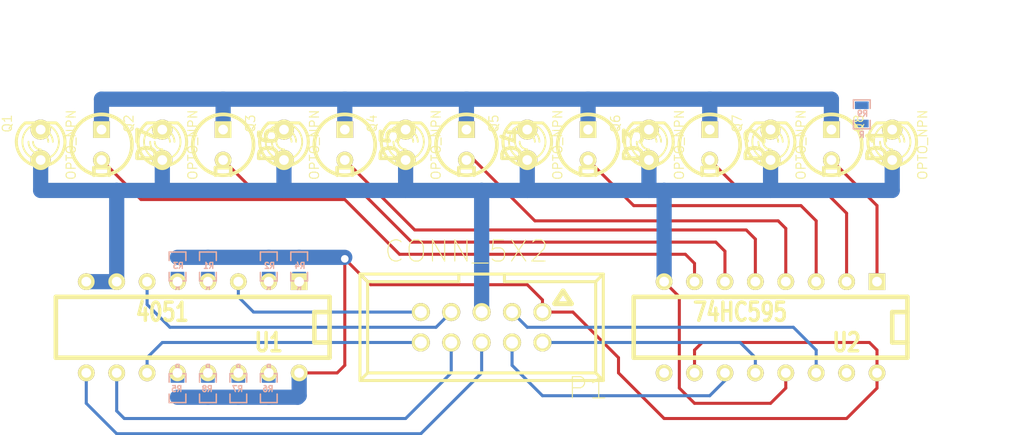
<source format=kicad_pcb>
(kicad_pcb (version 3) (host pcbnew "(2013-mar-13)-testing")

  (general
    (links 62)
    (no_connects 10)
    (area 75.26655 74.62 164.845 110.617001)
    (thickness 1.6)
    (drawings 2)
    (tracks 137)
    (zones 0)
    (modules 27)
    (nets 29)
  )

  (page A4)
  (layers
    (15 F.Cu signal)
    (0 B.Cu signal)
    (16 B.Adhes user)
    (17 F.Adhes user)
    (18 B.Paste user)
    (19 F.Paste user)
    (20 B.SilkS user)
    (21 F.SilkS user)
    (22 B.Mask user)
    (23 F.Mask user)
    (24 Dwgs.User user)
    (25 Cmts.User user)
    (26 Eco1.User user)
    (27 Eco2.User user)
    (28 Edge.Cuts user)
  )

  (setup
    (last_trace_width 0.254)
    (user_trace_width 0.254)
    (user_trace_width 1.27)
    (trace_clearance 0.254)
    (zone_clearance 0.508)
    (zone_45_only no)
    (trace_min 0.254)
    (segment_width 0.2)
    (edge_width 0.1)
    (via_size 0.889)
    (via_drill 0.635)
    (via_min_size 0.889)
    (via_min_drill 0.508)
    (uvia_size 0.508)
    (uvia_drill 0.127)
    (uvias_allowed no)
    (uvia_min_size 0.508)
    (uvia_min_drill 0.127)
    (pcb_text_width 0.3)
    (pcb_text_size 1.5 1.5)
    (mod_edge_width 0.15)
    (mod_text_size 1 1)
    (mod_text_width 0.15)
    (pad_size 1.6764 1.6764)
    (pad_drill 0.8128)
    (pad_to_mask_clearance 0)
    (aux_axis_origin 0 0)
    (visible_elements FFFFFF7F)
    (pcbplotparams
      (layerselection 3178497)
      (usegerberextensions true)
      (excludeedgelayer true)
      (linewidth 0.150000)
      (plotframeref false)
      (viasonmask false)
      (mode 1)
      (useauxorigin false)
      (hpglpennumber 1)
      (hpglpenspeed 20)
      (hpglpendiameter 15)
      (hpglpenoverlay 2)
      (psnegative false)
      (psa4output false)
      (plotreference true)
      (plotvalue true)
      (plotothertext true)
      (plotinvisibletext false)
      (padsonsilk false)
      (subtractmaskfromsilk false)
      (outputformat 1)
      (mirror false)
      (drillshape 1)
      (scaleselection 1)
      (outputdirectory ""))
  )

  (net 0 "")
  (net 1 /A)
  (net 2 /B)
  (net 3 /C)
  (net 4 /CLK)
  (net 5 /DATA)
  (net 6 /LATCH)
  (net 7 /MUX_OUT)
  (net 8 /~MUX_E)
  (net 9 GND)
  (net 10 N-000001)
  (net 11 N-0000010)
  (net 12 N-0000011)
  (net 13 N-0000012)
  (net 14 N-0000013)
  (net 15 N-0000014)
  (net 16 N-000002)
  (net 17 N-0000024)
  (net 18 N-0000025)
  (net 19 N-0000026)
  (net 20 N-0000027)
  (net 21 N-0000028)
  (net 22 N-000003)
  (net 23 N-000004)
  (net 24 N-000005)
  (net 25 N-000006)
  (net 26 N-000007)
  (net 27 N-000009)
  (net 28 VCC)

  (net_class Default "This is the default net class."
    (clearance 0.254)
    (trace_width 0.254)
    (via_dia 0.889)
    (via_drill 0.635)
    (uvia_dia 0.508)
    (uvia_drill 0.127)
    (add_net "")
    (add_net /A)
    (add_net /B)
    (add_net /C)
    (add_net /CLK)
    (add_net /DATA)
    (add_net /LATCH)
    (add_net /MUX_OUT)
    (add_net /~MUX_E)
    (add_net GND)
    (add_net N-000001)
    (add_net N-0000010)
    (add_net N-0000011)
    (add_net N-0000012)
    (add_net N-0000013)
    (add_net N-0000014)
    (add_net N-000002)
    (add_net N-0000024)
    (add_net N-0000025)
    (add_net N-0000026)
    (add_net N-0000027)
    (add_net N-0000028)
    (add_net N-000003)
    (add_net N-000004)
    (add_net N-000005)
    (add_net N-000006)
    (add_net N-000007)
    (add_net N-000009)
    (add_net VCC)
  )

  (module LED-3MM (layer F.Cu) (tedit 52ADBA4D) (tstamp 52ADB68A)
    (at 149.86 86.36 90)
    (descr "LED 3mm - Lead pitch 100mil (2,54mm)")
    (tags "LED led 3mm 3MM 100mil 2,54mm")
    (path /52ADA9A4)
    (fp_text reference Q8 (at 1.778 -2.794 90) (layer F.SilkS)
      (effects (font (size 0.762 0.762) (thickness 0.0889)))
    )
    (fp_text value OPTO_NPN (at 0 2.54 90) (layer F.SilkS)
      (effects (font (size 0.762 0.762) (thickness 0.0889)))
    )
    (fp_line (start 1.8288 1.27) (end 1.8288 -1.27) (layer F.SilkS) (width 0.254))
    (fp_arc (start 0.254 0) (end -1.27 0) (angle 39.8) (layer F.SilkS) (width 0.1524))
    (fp_arc (start 0.254 0) (end -0.88392 1.01092) (angle 41.6) (layer F.SilkS) (width 0.1524))
    (fp_arc (start 0.254 0) (end 1.4097 -0.9906) (angle 40.6) (layer F.SilkS) (width 0.1524))
    (fp_arc (start 0.254 0) (end 1.778 0) (angle 39.8) (layer F.SilkS) (width 0.1524))
    (fp_arc (start 0.254 0) (end 0.254 -1.524) (angle 54.4) (layer F.SilkS) (width 0.1524))
    (fp_arc (start 0.254 0) (end -0.9652 -0.9144) (angle 53.1) (layer F.SilkS) (width 0.1524))
    (fp_arc (start 0.254 0) (end 1.45542 0.93472) (angle 52.1) (layer F.SilkS) (width 0.1524))
    (fp_arc (start 0.254 0) (end 0.254 1.524) (angle 52.1) (layer F.SilkS) (width 0.1524))
    (fp_arc (start 0.254 0) (end -0.381 0) (angle 90) (layer F.SilkS) (width 0.1524))
    (fp_arc (start 0.254 0) (end -0.762 0) (angle 90) (layer F.SilkS) (width 0.1524))
    (fp_arc (start 0.254 0) (end 0.889 0) (angle 90) (layer F.SilkS) (width 0.1524))
    (fp_arc (start 0.254 0) (end 1.27 0) (angle 90) (layer F.SilkS) (width 0.1524))
    (fp_arc (start 0.254 0) (end 0.254 -2.032) (angle 50.1) (layer F.SilkS) (width 0.254))
    (fp_arc (start 0.254 0) (end -1.5367 -0.95504) (angle 61.9) (layer F.SilkS) (width 0.254))
    (fp_arc (start 0.254 0) (end 1.8034 1.31064) (angle 49.7) (layer F.SilkS) (width 0.254))
    (fp_arc (start 0.254 0) (end 0.254 2.032) (angle 60.2) (layer F.SilkS) (width 0.254))
    (fp_arc (start 0.254 0) (end -1.778 0) (angle 28.3) (layer F.SilkS) (width 0.254))
    (fp_arc (start 0.254 0) (end -1.47574 1.06426) (angle 31.6) (layer F.SilkS) (width 0.254))
    (pad 1 thru_hole circle (at -1.27 0 90) (size 1.6764 1.6764) (drill 0.8128)
      (layers *.Cu *.Mask F.SilkS)
      (net 9 GND)
    )
    (pad 3 thru_hole circle (at 1.27 0 90) (size 1.6764 1.6764) (drill 0.8128)
      (layers *.Cu *.Mask F.SilkS)
      (net 15 N-0000014)
    )
    (model discret/leds/led3_vertical_verde.wrl
      (at (xyz 0 0 0))
      (scale (xyz 1 1 1))
      (rotate (xyz 0 0 0))
    )
  )

  (module LED-3MM (layer F.Cu) (tedit 52ADBA3F) (tstamp 52ADB671)
    (at 139.7 86.36 90)
    (descr "LED 3mm - Lead pitch 100mil (2,54mm)")
    (tags "LED led 3mm 3MM 100mil 2,54mm")
    (path /52ADA99E)
    (fp_text reference Q7 (at 1.778 -2.794 90) (layer F.SilkS)
      (effects (font (size 0.762 0.762) (thickness 0.0889)))
    )
    (fp_text value OPTO_NPN (at 0 2.54 90) (layer F.SilkS)
      (effects (font (size 0.762 0.762) (thickness 0.0889)))
    )
    (fp_line (start 1.8288 1.27) (end 1.8288 -1.27) (layer F.SilkS) (width 0.254))
    (fp_arc (start 0.254 0) (end -1.27 0) (angle 39.8) (layer F.SilkS) (width 0.1524))
    (fp_arc (start 0.254 0) (end -0.88392 1.01092) (angle 41.6) (layer F.SilkS) (width 0.1524))
    (fp_arc (start 0.254 0) (end 1.4097 -0.9906) (angle 40.6) (layer F.SilkS) (width 0.1524))
    (fp_arc (start 0.254 0) (end 1.778 0) (angle 39.8) (layer F.SilkS) (width 0.1524))
    (fp_arc (start 0.254 0) (end 0.254 -1.524) (angle 54.4) (layer F.SilkS) (width 0.1524))
    (fp_arc (start 0.254 0) (end -0.9652 -0.9144) (angle 53.1) (layer F.SilkS) (width 0.1524))
    (fp_arc (start 0.254 0) (end 1.45542 0.93472) (angle 52.1) (layer F.SilkS) (width 0.1524))
    (fp_arc (start 0.254 0) (end 0.254 1.524) (angle 52.1) (layer F.SilkS) (width 0.1524))
    (fp_arc (start 0.254 0) (end -0.381 0) (angle 90) (layer F.SilkS) (width 0.1524))
    (fp_arc (start 0.254 0) (end -0.762 0) (angle 90) (layer F.SilkS) (width 0.1524))
    (fp_arc (start 0.254 0) (end 0.889 0) (angle 90) (layer F.SilkS) (width 0.1524))
    (fp_arc (start 0.254 0) (end 1.27 0) (angle 90) (layer F.SilkS) (width 0.1524))
    (fp_arc (start 0.254 0) (end 0.254 -2.032) (angle 50.1) (layer F.SilkS) (width 0.254))
    (fp_arc (start 0.254 0) (end -1.5367 -0.95504) (angle 61.9) (layer F.SilkS) (width 0.254))
    (fp_arc (start 0.254 0) (end 1.8034 1.31064) (angle 49.7) (layer F.SilkS) (width 0.254))
    (fp_arc (start 0.254 0) (end 0.254 2.032) (angle 60.2) (layer F.SilkS) (width 0.254))
    (fp_arc (start 0.254 0) (end -1.778 0) (angle 28.3) (layer F.SilkS) (width 0.254))
    (fp_arc (start 0.254 0) (end -1.47574 1.06426) (angle 31.6) (layer F.SilkS) (width 0.254))
    (pad 1 thru_hole circle (at -1.27 0 90) (size 1.6764 1.6764) (drill 0.8128)
      (layers *.Cu *.Mask F.SilkS)
      (net 9 GND)
    )
    (pad 3 thru_hole circle (at 1.27 0 90) (size 1.6764 1.6764) (drill 0.8128)
      (layers *.Cu *.Mask F.SilkS)
      (net 14 N-0000013)
    )
    (model discret/leds/led3_vertical_verde.wrl
      (at (xyz 0 0 0))
      (scale (xyz 1 1 1))
      (rotate (xyz 0 0 0))
    )
  )

  (module LED-3MM (layer F.Cu) (tedit 52ADBA30) (tstamp 52ADB658)
    (at 129.54 86.36 90)
    (descr "LED 3mm - Lead pitch 100mil (2,54mm)")
    (tags "LED led 3mm 3MM 100mil 2,54mm")
    (path /52ADA973)
    (fp_text reference Q6 (at 1.778 -2.794 90) (layer F.SilkS)
      (effects (font (size 0.762 0.762) (thickness 0.0889)))
    )
    (fp_text value OPTO_NPN (at 0 2.54 90) (layer F.SilkS)
      (effects (font (size 0.762 0.762) (thickness 0.0889)))
    )
    (fp_line (start 1.8288 1.27) (end 1.8288 -1.27) (layer F.SilkS) (width 0.254))
    (fp_arc (start 0.254 0) (end -1.27 0) (angle 39.8) (layer F.SilkS) (width 0.1524))
    (fp_arc (start 0.254 0) (end -0.88392 1.01092) (angle 41.6) (layer F.SilkS) (width 0.1524))
    (fp_arc (start 0.254 0) (end 1.4097 -0.9906) (angle 40.6) (layer F.SilkS) (width 0.1524))
    (fp_arc (start 0.254 0) (end 1.778 0) (angle 39.8) (layer F.SilkS) (width 0.1524))
    (fp_arc (start 0.254 0) (end 0.254 -1.524) (angle 54.4) (layer F.SilkS) (width 0.1524))
    (fp_arc (start 0.254 0) (end -0.9652 -0.9144) (angle 53.1) (layer F.SilkS) (width 0.1524))
    (fp_arc (start 0.254 0) (end 1.45542 0.93472) (angle 52.1) (layer F.SilkS) (width 0.1524))
    (fp_arc (start 0.254 0) (end 0.254 1.524) (angle 52.1) (layer F.SilkS) (width 0.1524))
    (fp_arc (start 0.254 0) (end -0.381 0) (angle 90) (layer F.SilkS) (width 0.1524))
    (fp_arc (start 0.254 0) (end -0.762 0) (angle 90) (layer F.SilkS) (width 0.1524))
    (fp_arc (start 0.254 0) (end 0.889 0) (angle 90) (layer F.SilkS) (width 0.1524))
    (fp_arc (start 0.254 0) (end 1.27 0) (angle 90) (layer F.SilkS) (width 0.1524))
    (fp_arc (start 0.254 0) (end 0.254 -2.032) (angle 50.1) (layer F.SilkS) (width 0.254))
    (fp_arc (start 0.254 0) (end -1.5367 -0.95504) (angle 61.9) (layer F.SilkS) (width 0.254))
    (fp_arc (start 0.254 0) (end 1.8034 1.31064) (angle 49.7) (layer F.SilkS) (width 0.254))
    (fp_arc (start 0.254 0) (end 0.254 2.032) (angle 60.2) (layer F.SilkS) (width 0.254))
    (fp_arc (start 0.254 0) (end -1.778 0) (angle 28.3) (layer F.SilkS) (width 0.254))
    (fp_arc (start 0.254 0) (end -1.47574 1.06426) (angle 31.6) (layer F.SilkS) (width 0.254))
    (pad 1 thru_hole circle (at -1.27 0 90) (size 1.6764 1.6764) (drill 0.8128)
      (layers *.Cu *.Mask F.SilkS)
      (net 9 GND)
    )
    (pad 3 thru_hole circle (at 1.27 0 90) (size 1.6764 1.6764) (drill 0.8128)
      (layers *.Cu *.Mask F.SilkS)
      (net 13 N-0000012)
    )
    (model discret/leds/led3_vertical_verde.wrl
      (at (xyz 0 0 0))
      (scale (xyz 1 1 1))
      (rotate (xyz 0 0 0))
    )
  )

  (module LED-3MM (layer F.Cu) (tedit 52ADBA23) (tstamp 52ADB63F)
    (at 119.38 86.36 90)
    (descr "LED 3mm - Lead pitch 100mil (2,54mm)")
    (tags "LED led 3mm 3MM 100mil 2,54mm")
    (path /52ADA964)
    (fp_text reference Q5 (at 1.778 -2.794 90) (layer F.SilkS)
      (effects (font (size 0.762 0.762) (thickness 0.0889)))
    )
    (fp_text value OPTO_NPN (at 0 2.54 90) (layer F.SilkS)
      (effects (font (size 0.762 0.762) (thickness 0.0889)))
    )
    (fp_line (start 1.8288 1.27) (end 1.8288 -1.27) (layer F.SilkS) (width 0.254))
    (fp_arc (start 0.254 0) (end -1.27 0) (angle 39.8) (layer F.SilkS) (width 0.1524))
    (fp_arc (start 0.254 0) (end -0.88392 1.01092) (angle 41.6) (layer F.SilkS) (width 0.1524))
    (fp_arc (start 0.254 0) (end 1.4097 -0.9906) (angle 40.6) (layer F.SilkS) (width 0.1524))
    (fp_arc (start 0.254 0) (end 1.778 0) (angle 39.8) (layer F.SilkS) (width 0.1524))
    (fp_arc (start 0.254 0) (end 0.254 -1.524) (angle 54.4) (layer F.SilkS) (width 0.1524))
    (fp_arc (start 0.254 0) (end -0.9652 -0.9144) (angle 53.1) (layer F.SilkS) (width 0.1524))
    (fp_arc (start 0.254 0) (end 1.45542 0.93472) (angle 52.1) (layer F.SilkS) (width 0.1524))
    (fp_arc (start 0.254 0) (end 0.254 1.524) (angle 52.1) (layer F.SilkS) (width 0.1524))
    (fp_arc (start 0.254 0) (end -0.381 0) (angle 90) (layer F.SilkS) (width 0.1524))
    (fp_arc (start 0.254 0) (end -0.762 0) (angle 90) (layer F.SilkS) (width 0.1524))
    (fp_arc (start 0.254 0) (end 0.889 0) (angle 90) (layer F.SilkS) (width 0.1524))
    (fp_arc (start 0.254 0) (end 1.27 0) (angle 90) (layer F.SilkS) (width 0.1524))
    (fp_arc (start 0.254 0) (end 0.254 -2.032) (angle 50.1) (layer F.SilkS) (width 0.254))
    (fp_arc (start 0.254 0) (end -1.5367 -0.95504) (angle 61.9) (layer F.SilkS) (width 0.254))
    (fp_arc (start 0.254 0) (end 1.8034 1.31064) (angle 49.7) (layer F.SilkS) (width 0.254))
    (fp_arc (start 0.254 0) (end 0.254 2.032) (angle 60.2) (layer F.SilkS) (width 0.254))
    (fp_arc (start 0.254 0) (end -1.778 0) (angle 28.3) (layer F.SilkS) (width 0.254))
    (fp_arc (start 0.254 0) (end -1.47574 1.06426) (angle 31.6) (layer F.SilkS) (width 0.254))
    (pad 1 thru_hole circle (at -1.27 0 90) (size 1.6764 1.6764) (drill 0.8128)
      (layers *.Cu *.Mask F.SilkS)
      (net 9 GND)
    )
    (pad 3 thru_hole circle (at 1.27 0 90) (size 1.6764 1.6764) (drill 0.8128)
      (layers *.Cu *.Mask F.SilkS)
      (net 12 N-0000011)
    )
    (model discret/leds/led3_vertical_verde.wrl
      (at (xyz 0 0 0))
      (scale (xyz 1 1 1))
      (rotate (xyz 0 0 0))
    )
  )

  (module LED-3MM (layer F.Cu) (tedit 52ADBA14) (tstamp 52ADB626)
    (at 109.22 86.36 90)
    (descr "LED 3mm - Lead pitch 100mil (2,54mm)")
    (tags "LED led 3mm 3MM 100mil 2,54mm")
    (path /52ADA955)
    (fp_text reference Q4 (at 1.778 -2.794 90) (layer F.SilkS)
      (effects (font (size 0.762 0.762) (thickness 0.0889)))
    )
    (fp_text value OPTO_NPN (at 0 2.54 90) (layer F.SilkS)
      (effects (font (size 0.762 0.762) (thickness 0.0889)))
    )
    (fp_line (start 1.8288 1.27) (end 1.8288 -1.27) (layer F.SilkS) (width 0.254))
    (fp_arc (start 0.254 0) (end -1.27 0) (angle 39.8) (layer F.SilkS) (width 0.1524))
    (fp_arc (start 0.254 0) (end -0.88392 1.01092) (angle 41.6) (layer F.SilkS) (width 0.1524))
    (fp_arc (start 0.254 0) (end 1.4097 -0.9906) (angle 40.6) (layer F.SilkS) (width 0.1524))
    (fp_arc (start 0.254 0) (end 1.778 0) (angle 39.8) (layer F.SilkS) (width 0.1524))
    (fp_arc (start 0.254 0) (end 0.254 -1.524) (angle 54.4) (layer F.SilkS) (width 0.1524))
    (fp_arc (start 0.254 0) (end -0.9652 -0.9144) (angle 53.1) (layer F.SilkS) (width 0.1524))
    (fp_arc (start 0.254 0) (end 1.45542 0.93472) (angle 52.1) (layer F.SilkS) (width 0.1524))
    (fp_arc (start 0.254 0) (end 0.254 1.524) (angle 52.1) (layer F.SilkS) (width 0.1524))
    (fp_arc (start 0.254 0) (end -0.381 0) (angle 90) (layer F.SilkS) (width 0.1524))
    (fp_arc (start 0.254 0) (end -0.762 0) (angle 90) (layer F.SilkS) (width 0.1524))
    (fp_arc (start 0.254 0) (end 0.889 0) (angle 90) (layer F.SilkS) (width 0.1524))
    (fp_arc (start 0.254 0) (end 1.27 0) (angle 90) (layer F.SilkS) (width 0.1524))
    (fp_arc (start 0.254 0) (end 0.254 -2.032) (angle 50.1) (layer F.SilkS) (width 0.254))
    (fp_arc (start 0.254 0) (end -1.5367 -0.95504) (angle 61.9) (layer F.SilkS) (width 0.254))
    (fp_arc (start 0.254 0) (end 1.8034 1.31064) (angle 49.7) (layer F.SilkS) (width 0.254))
    (fp_arc (start 0.254 0) (end 0.254 2.032) (angle 60.2) (layer F.SilkS) (width 0.254))
    (fp_arc (start 0.254 0) (end -1.778 0) (angle 28.3) (layer F.SilkS) (width 0.254))
    (fp_arc (start 0.254 0) (end -1.47574 1.06426) (angle 31.6) (layer F.SilkS) (width 0.254))
    (pad 1 thru_hole circle (at -1.27 0 90) (size 1.6764 1.6764) (drill 0.8128)
      (layers *.Cu *.Mask F.SilkS)
      (net 9 GND)
    )
    (pad 3 thru_hole circle (at 1.27 0 90) (size 1.6764 1.6764) (drill 0.8128)
      (layers *.Cu *.Mask F.SilkS)
      (net 11 N-0000010)
    )
    (model discret/leds/led3_vertical_verde.wrl
      (at (xyz 0 0 0))
      (scale (xyz 1 1 1))
      (rotate (xyz 0 0 0))
    )
  )

  (module LED-3MM (layer F.Cu) (tedit 52ADBA04) (tstamp 52ADB60D)
    (at 99.06 86.36 90)
    (descr "LED 3mm - Lead pitch 100mil (2,54mm)")
    (tags "LED led 3mm 3MM 100mil 2,54mm")
    (path /52ADA946)
    (fp_text reference Q3 (at 1.778 -2.794 90) (layer F.SilkS)
      (effects (font (size 0.762 0.762) (thickness 0.0889)))
    )
    (fp_text value OPTO_NPN (at 0 2.54 90) (layer F.SilkS)
      (effects (font (size 0.762 0.762) (thickness 0.0889)))
    )
    (fp_line (start 1.8288 1.27) (end 1.8288 -1.27) (layer F.SilkS) (width 0.254))
    (fp_arc (start 0.254 0) (end -1.27 0) (angle 39.8) (layer F.SilkS) (width 0.1524))
    (fp_arc (start 0.254 0) (end -0.88392 1.01092) (angle 41.6) (layer F.SilkS) (width 0.1524))
    (fp_arc (start 0.254 0) (end 1.4097 -0.9906) (angle 40.6) (layer F.SilkS) (width 0.1524))
    (fp_arc (start 0.254 0) (end 1.778 0) (angle 39.8) (layer F.SilkS) (width 0.1524))
    (fp_arc (start 0.254 0) (end 0.254 -1.524) (angle 54.4) (layer F.SilkS) (width 0.1524))
    (fp_arc (start 0.254 0) (end -0.9652 -0.9144) (angle 53.1) (layer F.SilkS) (width 0.1524))
    (fp_arc (start 0.254 0) (end 1.45542 0.93472) (angle 52.1) (layer F.SilkS) (width 0.1524))
    (fp_arc (start 0.254 0) (end 0.254 1.524) (angle 52.1) (layer F.SilkS) (width 0.1524))
    (fp_arc (start 0.254 0) (end -0.381 0) (angle 90) (layer F.SilkS) (width 0.1524))
    (fp_arc (start 0.254 0) (end -0.762 0) (angle 90) (layer F.SilkS) (width 0.1524))
    (fp_arc (start 0.254 0) (end 0.889 0) (angle 90) (layer F.SilkS) (width 0.1524))
    (fp_arc (start 0.254 0) (end 1.27 0) (angle 90) (layer F.SilkS) (width 0.1524))
    (fp_arc (start 0.254 0) (end 0.254 -2.032) (angle 50.1) (layer F.SilkS) (width 0.254))
    (fp_arc (start 0.254 0) (end -1.5367 -0.95504) (angle 61.9) (layer F.SilkS) (width 0.254))
    (fp_arc (start 0.254 0) (end 1.8034 1.31064) (angle 49.7) (layer F.SilkS) (width 0.254))
    (fp_arc (start 0.254 0) (end 0.254 2.032) (angle 60.2) (layer F.SilkS) (width 0.254))
    (fp_arc (start 0.254 0) (end -1.778 0) (angle 28.3) (layer F.SilkS) (width 0.254))
    (fp_arc (start 0.254 0) (end -1.47574 1.06426) (angle 31.6) (layer F.SilkS) (width 0.254))
    (pad 1 thru_hole circle (at -1.27 0 90) (size 1.6764 1.6764) (drill 0.8128)
      (layers *.Cu *.Mask F.SilkS)
      (net 9 GND)
    )
    (pad 3 thru_hole circle (at 1.27 0 90) (size 1.6764 1.6764) (drill 0.8128)
      (layers *.Cu *.Mask F.SilkS)
      (net 27 N-000009)
    )
    (model discret/leds/led3_vertical_verde.wrl
      (at (xyz 0 0 0))
      (scale (xyz 1 1 1))
      (rotate (xyz 0 0 0))
    )
  )

  (module LED-3MM (layer F.Cu) (tedit 52ADB9F2) (tstamp 52ADB5F4)
    (at 88.9 86.36 90)
    (descr "LED 3mm - Lead pitch 100mil (2,54mm)")
    (tags "LED led 3mm 3MM 100mil 2,54mm")
    (path /52ADA937)
    (fp_text reference Q2 (at 1.778 -2.794 90) (layer F.SilkS)
      (effects (font (size 0.762 0.762) (thickness 0.0889)))
    )
    (fp_text value OPTO_NPN (at 0 2.54 90) (layer F.SilkS)
      (effects (font (size 0.762 0.762) (thickness 0.0889)))
    )
    (fp_line (start 1.8288 1.27) (end 1.8288 -1.27) (layer F.SilkS) (width 0.254))
    (fp_arc (start 0.254 0) (end -1.27 0) (angle 39.8) (layer F.SilkS) (width 0.1524))
    (fp_arc (start 0.254 0) (end -0.88392 1.01092) (angle 41.6) (layer F.SilkS) (width 0.1524))
    (fp_arc (start 0.254 0) (end 1.4097 -0.9906) (angle 40.6) (layer F.SilkS) (width 0.1524))
    (fp_arc (start 0.254 0) (end 1.778 0) (angle 39.8) (layer F.SilkS) (width 0.1524))
    (fp_arc (start 0.254 0) (end 0.254 -1.524) (angle 54.4) (layer F.SilkS) (width 0.1524))
    (fp_arc (start 0.254 0) (end -0.9652 -0.9144) (angle 53.1) (layer F.SilkS) (width 0.1524))
    (fp_arc (start 0.254 0) (end 1.45542 0.93472) (angle 52.1) (layer F.SilkS) (width 0.1524))
    (fp_arc (start 0.254 0) (end 0.254 1.524) (angle 52.1) (layer F.SilkS) (width 0.1524))
    (fp_arc (start 0.254 0) (end -0.381 0) (angle 90) (layer F.SilkS) (width 0.1524))
    (fp_arc (start 0.254 0) (end -0.762 0) (angle 90) (layer F.SilkS) (width 0.1524))
    (fp_arc (start 0.254 0) (end 0.889 0) (angle 90) (layer F.SilkS) (width 0.1524))
    (fp_arc (start 0.254 0) (end 1.27 0) (angle 90) (layer F.SilkS) (width 0.1524))
    (fp_arc (start 0.254 0) (end 0.254 -2.032) (angle 50.1) (layer F.SilkS) (width 0.254))
    (fp_arc (start 0.254 0) (end -1.5367 -0.95504) (angle 61.9) (layer F.SilkS) (width 0.254))
    (fp_arc (start 0.254 0) (end 1.8034 1.31064) (angle 49.7) (layer F.SilkS) (width 0.254))
    (fp_arc (start 0.254 0) (end 0.254 2.032) (angle 60.2) (layer F.SilkS) (width 0.254))
    (fp_arc (start 0.254 0) (end -1.778 0) (angle 28.3) (layer F.SilkS) (width 0.254))
    (fp_arc (start 0.254 0) (end -1.47574 1.06426) (angle 31.6) (layer F.SilkS) (width 0.254))
    (pad 1 thru_hole circle (at -1.27 0 90) (size 1.6764 1.6764) (drill 0.8128)
      (layers *.Cu *.Mask F.SilkS)
      (net 9 GND)
    )
    (pad 3 thru_hole circle (at 1.27 0 90) (size 1.6764 1.6764) (drill 0.8128)
      (layers *.Cu *.Mask F.SilkS)
      (net 18 N-0000025)
    )
    (model discret/leds/led3_vertical_verde.wrl
      (at (xyz 0 0 0))
      (scale (xyz 1 1 1))
      (rotate (xyz 0 0 0))
    )
  )

  (module LED-3MM (layer F.Cu) (tedit 52ADB9CB) (tstamp 52ADB5DB)
    (at 78.74 86.36 90)
    (descr "LED 3mm - Lead pitch 100mil (2,54mm)")
    (tags "LED led 3mm 3MM 100mil 2,54mm")
    (path /52ADA921)
    (fp_text reference Q1 (at 1.778 -2.794 90) (layer F.SilkS)
      (effects (font (size 0.762 0.762) (thickness 0.0889)))
    )
    (fp_text value OPTO_NPN (at 0 2.54 90) (layer F.SilkS)
      (effects (font (size 0.762 0.762) (thickness 0.0889)))
    )
    (fp_line (start 1.8288 1.27) (end 1.8288 -1.27) (layer F.SilkS) (width 0.254))
    (fp_arc (start 0.254 0) (end -1.27 0) (angle 39.8) (layer F.SilkS) (width 0.1524))
    (fp_arc (start 0.254 0) (end -0.88392 1.01092) (angle 41.6) (layer F.SilkS) (width 0.1524))
    (fp_arc (start 0.254 0) (end 1.4097 -0.9906) (angle 40.6) (layer F.SilkS) (width 0.1524))
    (fp_arc (start 0.254 0) (end 1.778 0) (angle 39.8) (layer F.SilkS) (width 0.1524))
    (fp_arc (start 0.254 0) (end 0.254 -1.524) (angle 54.4) (layer F.SilkS) (width 0.1524))
    (fp_arc (start 0.254 0) (end -0.9652 -0.9144) (angle 53.1) (layer F.SilkS) (width 0.1524))
    (fp_arc (start 0.254 0) (end 1.45542 0.93472) (angle 52.1) (layer F.SilkS) (width 0.1524))
    (fp_arc (start 0.254 0) (end 0.254 1.524) (angle 52.1) (layer F.SilkS) (width 0.1524))
    (fp_arc (start 0.254 0) (end -0.381 0) (angle 90) (layer F.SilkS) (width 0.1524))
    (fp_arc (start 0.254 0) (end -0.762 0) (angle 90) (layer F.SilkS) (width 0.1524))
    (fp_arc (start 0.254 0) (end 0.889 0) (angle 90) (layer F.SilkS) (width 0.1524))
    (fp_arc (start 0.254 0) (end 1.27 0) (angle 90) (layer F.SilkS) (width 0.1524))
    (fp_arc (start 0.254 0) (end 0.254 -2.032) (angle 50.1) (layer F.SilkS) (width 0.254))
    (fp_arc (start 0.254 0) (end -1.5367 -0.95504) (angle 61.9) (layer F.SilkS) (width 0.254))
    (fp_arc (start 0.254 0) (end 1.8034 1.31064) (angle 49.7) (layer F.SilkS) (width 0.254))
    (fp_arc (start 0.254 0) (end 0.254 2.032) (angle 60.2) (layer F.SilkS) (width 0.254))
    (fp_arc (start 0.254 0) (end -1.778 0) (angle 28.3) (layer F.SilkS) (width 0.254))
    (fp_arc (start 0.254 0) (end -1.47574 1.06426) (angle 31.6) (layer F.SilkS) (width 0.254))
    (pad 1 thru_hole circle (at -1.27 0 90) (size 1.6764 1.6764) (drill 0.8128)
      (layers *.Cu *.Mask F.SilkS)
      (net 9 GND)
    )
    (pad 3 thru_hole circle (at 1.27 0 90) (size 1.6764 1.6764) (drill 0.8128)
      (layers *.Cu *.Mask F.SilkS)
      (net 17 N-0000024)
    )
    (model discret/leds/led3_vertical_verde.wrl
      (at (xyz 0 0 0))
      (scale (xyz 1 1 1))
      (rotate (xyz 0 0 0))
    )
  )

  (module DIP-16__300 (layer F.Cu) (tedit 200000) (tstamp 52ADB72E)
    (at 139.7 101.6 180)
    (descr "16 pins DIL package, round pads")
    (tags DIL)
    (path /52ADB037)
    (fp_text reference U2 (at -6.35 -1.27 180) (layer F.SilkS)
      (effects (font (size 1.524 1.143) (thickness 0.3048)))
    )
    (fp_text value 74HC595 (at 2.54 1.27 180) (layer F.SilkS)
      (effects (font (size 1.524 1.143) (thickness 0.3048)))
    )
    (fp_line (start -11.43 -1.27) (end -11.43 -1.27) (layer F.SilkS) (width 0.381))
    (fp_line (start -11.43 -1.27) (end -10.16 -1.27) (layer F.SilkS) (width 0.381))
    (fp_line (start -10.16 -1.27) (end -10.16 1.27) (layer F.SilkS) (width 0.381))
    (fp_line (start -10.16 1.27) (end -11.43 1.27) (layer F.SilkS) (width 0.381))
    (fp_line (start -11.43 -2.54) (end 11.43 -2.54) (layer F.SilkS) (width 0.381))
    (fp_line (start 11.43 -2.54) (end 11.43 2.54) (layer F.SilkS) (width 0.381))
    (fp_line (start 11.43 2.54) (end -11.43 2.54) (layer F.SilkS) (width 0.381))
    (fp_line (start -11.43 2.54) (end -11.43 -2.54) (layer F.SilkS) (width 0.381))
    (pad 1 thru_hole rect (at -8.89 3.81 180) (size 1.397 1.397) (drill 0.8128)
      (layers *.Cu *.Mask F.SilkS)
      (net 16 N-000002)
    )
    (pad 2 thru_hole circle (at -6.35 3.81 180) (size 1.397 1.397) (drill 0.8128)
      (layers *.Cu *.Mask F.SilkS)
      (net 22 N-000003)
    )
    (pad 3 thru_hole circle (at -3.81 3.81 180) (size 1.397 1.397) (drill 0.8128)
      (layers *.Cu *.Mask F.SilkS)
      (net 23 N-000004)
    )
    (pad 4 thru_hole circle (at -1.27 3.81 180) (size 1.397 1.397) (drill 0.8128)
      (layers *.Cu *.Mask F.SilkS)
      (net 24 N-000005)
    )
    (pad 5 thru_hole circle (at 1.27 3.81 180) (size 1.397 1.397) (drill 0.8128)
      (layers *.Cu *.Mask F.SilkS)
      (net 25 N-000006)
    )
    (pad 6 thru_hole circle (at 3.81 3.81 180) (size 1.397 1.397) (drill 0.8128)
      (layers *.Cu *.Mask F.SilkS)
      (net 10 N-000001)
    )
    (pad 7 thru_hole circle (at 6.35 3.81 180) (size 1.397 1.397) (drill 0.8128)
      (layers *.Cu *.Mask F.SilkS)
      (net 26 N-000007)
    )
    (pad 8 thru_hole circle (at 8.89 3.81 180) (size 1.397 1.397) (drill 0.8128)
      (layers *.Cu *.Mask F.SilkS)
      (net 9 GND)
    )
    (pad 9 thru_hole circle (at 8.89 -3.81 180) (size 1.397 1.397) (drill 0.8128)
      (layers *.Cu *.Mask F.SilkS)
      (net 19 N-0000026)
    )
    (pad 10 thru_hole circle (at 6.35 -3.81 180) (size 1.397 1.397) (drill 0.8128)
      (layers *.Cu *.Mask F.SilkS)
      (net 28 VCC)
    )
    (pad 11 thru_hole circle (at 3.81 -3.81 180) (size 1.397 1.397) (drill 0.8128)
      (layers *.Cu *.Mask F.SilkS)
      (net 4 /CLK)
    )
    (pad 12 thru_hole circle (at 1.27 -3.81 180) (size 1.397 1.397) (drill 0.8128)
      (layers *.Cu *.Mask F.SilkS)
      (net 6 /LATCH)
    )
    (pad 13 thru_hole circle (at -1.27 -3.81 180) (size 1.397 1.397) (drill 0.8128)
      (layers *.Cu *.Mask F.SilkS)
      (net 9 GND)
    )
    (pad 14 thru_hole circle (at -3.81 -3.81 180) (size 1.397 1.397) (drill 0.8128)
      (layers *.Cu *.Mask F.SilkS)
      (net 5 /DATA)
    )
    (pad 15 thru_hole circle (at -6.35 -3.81 180) (size 1.397 1.397) (drill 0.8128)
      (layers *.Cu *.Mask F.SilkS)
      (net 20 N-0000027)
    )
    (pad 16 thru_hole circle (at -8.89 -3.81 180) (size 1.397 1.397) (drill 0.8128)
      (layers *.Cu *.Mask F.SilkS)
      (net 28 VCC)
    )
    (model dil/dil_16.wrl
      (at (xyz 0 0 0))
      (scale (xyz 1 1 1))
      (rotate (xyz 0 0 0))
    )
  )

  (module DIP-16__300 (layer F.Cu) (tedit 200000) (tstamp 52ADB712)
    (at 91.44 101.6 180)
    (descr "16 pins DIL package, round pads")
    (tags DIL)
    (path /52ADAAD1)
    (fp_text reference U1 (at -6.35 -1.27 180) (layer F.SilkS)
      (effects (font (size 1.524 1.143) (thickness 0.3048)))
    )
    (fp_text value 4051 (at 2.54 1.27 180) (layer F.SilkS)
      (effects (font (size 1.524 1.143) (thickness 0.3048)))
    )
    (fp_line (start -11.43 -1.27) (end -11.43 -1.27) (layer F.SilkS) (width 0.381))
    (fp_line (start -11.43 -1.27) (end -10.16 -1.27) (layer F.SilkS) (width 0.381))
    (fp_line (start -10.16 -1.27) (end -10.16 1.27) (layer F.SilkS) (width 0.381))
    (fp_line (start -10.16 1.27) (end -11.43 1.27) (layer F.SilkS) (width 0.381))
    (fp_line (start -11.43 -2.54) (end 11.43 -2.54) (layer F.SilkS) (width 0.381))
    (fp_line (start 11.43 -2.54) (end 11.43 2.54) (layer F.SilkS) (width 0.381))
    (fp_line (start 11.43 2.54) (end -11.43 2.54) (layer F.SilkS) (width 0.381))
    (fp_line (start -11.43 2.54) (end -11.43 -2.54) (layer F.SilkS) (width 0.381))
    (pad 1 thru_hole rect (at -8.89 3.81 180) (size 1.397 1.397) (drill 0.8128)
      (layers *.Cu *.Mask F.SilkS)
      (net 11 N-0000010)
    )
    (pad 2 thru_hole circle (at -6.35 3.81 180) (size 1.397 1.397) (drill 0.8128)
      (layers *.Cu *.Mask F.SilkS)
      (net 18 N-0000025)
    )
    (pad 3 thru_hole circle (at -3.81 3.81 180) (size 1.397 1.397) (drill 0.8128)
      (layers *.Cu *.Mask F.SilkS)
      (net 7 /MUX_OUT)
    )
    (pad 4 thru_hole circle (at -1.27 3.81 180) (size 1.397 1.397) (drill 0.8128)
      (layers *.Cu *.Mask F.SilkS)
      (net 17 N-0000024)
    )
    (pad 5 thru_hole circle (at 1.27 3.81 180) (size 1.397 1.397) (drill 0.8128)
      (layers *.Cu *.Mask F.SilkS)
      (net 27 N-000009)
    )
    (pad 6 thru_hole circle (at 3.81 3.81 180) (size 1.397 1.397) (drill 0.8128)
      (layers *.Cu *.Mask F.SilkS)
      (net 8 /~MUX_E)
    )
    (pad 7 thru_hole circle (at 6.35 3.81 180) (size 1.397 1.397) (drill 0.8128)
      (layers *.Cu *.Mask F.SilkS)
      (net 9 GND)
    )
    (pad 8 thru_hole circle (at 8.89 3.81 180) (size 1.397 1.397) (drill 0.8128)
      (layers *.Cu *.Mask F.SilkS)
      (net 9 GND)
    )
    (pad 9 thru_hole circle (at 8.89 -3.81 180) (size 1.397 1.397) (drill 0.8128)
      (layers *.Cu *.Mask F.SilkS)
      (net 3 /C)
    )
    (pad 10 thru_hole circle (at 6.35 -3.81 180) (size 1.397 1.397) (drill 0.8128)
      (layers *.Cu *.Mask F.SilkS)
      (net 2 /B)
    )
    (pad 11 thru_hole circle (at 3.81 -3.81 180) (size 1.397 1.397) (drill 0.8128)
      (layers *.Cu *.Mask F.SilkS)
      (net 1 /A)
    )
    (pad 12 thru_hole circle (at 1.27 -3.81 180) (size 1.397 1.397) (drill 0.8128)
      (layers *.Cu *.Mask F.SilkS)
      (net 12 N-0000011)
    )
    (pad 13 thru_hole circle (at -1.27 -3.81 180) (size 1.397 1.397) (drill 0.8128)
      (layers *.Cu *.Mask F.SilkS)
      (net 15 N-0000014)
    )
    (pad 14 thru_hole circle (at -3.81 -3.81 180) (size 1.397 1.397) (drill 0.8128)
      (layers *.Cu *.Mask F.SilkS)
      (net 14 N-0000013)
    )
    (pad 15 thru_hole circle (at -6.35 -3.81 180) (size 1.397 1.397) (drill 0.8128)
      (layers *.Cu *.Mask F.SilkS)
      (net 13 N-0000012)
    )
    (pad 16 thru_hole circle (at -8.89 -3.81 180) (size 1.397 1.397) (drill 0.8128)
      (layers *.Cu *.Mask F.SilkS)
      (net 28 VCC)
    )
    (model dil/dil_16.wrl
      (at (xyz 0 0 0))
      (scale (xyz 1 1 1))
      (rotate (xyz 0 0 0))
    )
  )

  (module SM0603_Resistor (layer B.Cu) (tedit 5051B21B) (tstamp 52ADB6F6)
    (at 147.32 83.82 90)
    (path /52ADAA84)
    (attr smd)
    (fp_text reference R9 (at 0.0635 0.0635 360) (layer B.SilkS)
      (effects (font (size 0.50038 0.4572) (thickness 0.1143)) (justify mirror))
    )
    (fp_text value R (at -1.69926 0 360) (layer B.SilkS)
      (effects (font (size 0.508 0.4572) (thickness 0.1143)) (justify mirror))
    )
    (fp_line (start -0.50038 0.6985) (end -1.2065 0.6985) (layer B.SilkS) (width 0.127))
    (fp_line (start -1.2065 0.6985) (end -1.2065 -0.6985) (layer B.SilkS) (width 0.127))
    (fp_line (start -1.2065 -0.6985) (end -0.50038 -0.6985) (layer B.SilkS) (width 0.127))
    (fp_line (start 1.2065 0.6985) (end 0.50038 0.6985) (layer B.SilkS) (width 0.127))
    (fp_line (start 1.2065 0.6985) (end 1.2065 -0.6985) (layer B.SilkS) (width 0.127))
    (fp_line (start 1.2065 -0.6985) (end 0.50038 -0.6985) (layer B.SilkS) (width 0.127))
    (pad 1 smd rect (at -0.762 0 90) (size 0.635 1.143)
      (layers B.Cu B.Paste B.Mask)
      (net 28 VCC)
    )
    (pad 2 smd rect (at 0.762 0 90) (size 0.635 1.143)
      (layers B.Cu B.Paste B.Mask)
      (net 21 N-0000028)
    )
    (model smd\resistors\R0603.wrl
      (at (xyz 0 0 0.001))
      (scale (xyz 0.5 0.5 0.5))
      (rotate (xyz 0 0 0))
    )
  )

  (module SM0603_Resistor (layer B.Cu) (tedit 5051B21B) (tstamp 52ADB6EA)
    (at 92.71 106.68 270)
    (path /52ADA9DD)
    (attr smd)
    (fp_text reference R8 (at 0.0635 0.0635 540) (layer B.SilkS)
      (effects (font (size 0.50038 0.4572) (thickness 0.1143)) (justify mirror))
    )
    (fp_text value R (at -1.69926 0 540) (layer B.SilkS)
      (effects (font (size 0.508 0.4572) (thickness 0.1143)) (justify mirror))
    )
    (fp_line (start -0.50038 0.6985) (end -1.2065 0.6985) (layer B.SilkS) (width 0.127))
    (fp_line (start -1.2065 0.6985) (end -1.2065 -0.6985) (layer B.SilkS) (width 0.127))
    (fp_line (start -1.2065 -0.6985) (end -0.50038 -0.6985) (layer B.SilkS) (width 0.127))
    (fp_line (start 1.2065 0.6985) (end 0.50038 0.6985) (layer B.SilkS) (width 0.127))
    (fp_line (start 1.2065 0.6985) (end 1.2065 -0.6985) (layer B.SilkS) (width 0.127))
    (fp_line (start 1.2065 -0.6985) (end 0.50038 -0.6985) (layer B.SilkS) (width 0.127))
    (pad 1 smd rect (at -0.762 0 270) (size 0.635 1.143)
      (layers B.Cu B.Paste B.Mask)
      (net 15 N-0000014)
    )
    (pad 2 smd rect (at 0.762 0 270) (size 0.635 1.143)
      (layers B.Cu B.Paste B.Mask)
      (net 28 VCC)
    )
    (model smd\resistors\R0603.wrl
      (at (xyz 0 0 0.001))
      (scale (xyz 0.5 0.5 0.5))
      (rotate (xyz 0 0 0))
    )
  )

  (module SM0603_Resistor (layer B.Cu) (tedit 5051B21B) (tstamp 52ADB6DE)
    (at 95.25 106.68 270)
    (path /52ADA9D7)
    (attr smd)
    (fp_text reference R7 (at 0.0635 0.0635 540) (layer B.SilkS)
      (effects (font (size 0.50038 0.4572) (thickness 0.1143)) (justify mirror))
    )
    (fp_text value R (at -1.69926 0 540) (layer B.SilkS)
      (effects (font (size 0.508 0.4572) (thickness 0.1143)) (justify mirror))
    )
    (fp_line (start -0.50038 0.6985) (end -1.2065 0.6985) (layer B.SilkS) (width 0.127))
    (fp_line (start -1.2065 0.6985) (end -1.2065 -0.6985) (layer B.SilkS) (width 0.127))
    (fp_line (start -1.2065 -0.6985) (end -0.50038 -0.6985) (layer B.SilkS) (width 0.127))
    (fp_line (start 1.2065 0.6985) (end 0.50038 0.6985) (layer B.SilkS) (width 0.127))
    (fp_line (start 1.2065 0.6985) (end 1.2065 -0.6985) (layer B.SilkS) (width 0.127))
    (fp_line (start 1.2065 -0.6985) (end 0.50038 -0.6985) (layer B.SilkS) (width 0.127))
    (pad 1 smd rect (at -0.762 0 270) (size 0.635 1.143)
      (layers B.Cu B.Paste B.Mask)
      (net 14 N-0000013)
    )
    (pad 2 smd rect (at 0.762 0 270) (size 0.635 1.143)
      (layers B.Cu B.Paste B.Mask)
      (net 28 VCC)
    )
    (model smd\resistors\R0603.wrl
      (at (xyz 0 0 0.001))
      (scale (xyz 0.5 0.5 0.5))
      (rotate (xyz 0 0 0))
    )
  )

  (module SM0603_Resistor (layer B.Cu) (tedit 5051B21B) (tstamp 52ADB6D2)
    (at 97.79 106.68 270)
    (path /52ADA9D1)
    (attr smd)
    (fp_text reference R6 (at 0.0635 0.0635 540) (layer B.SilkS)
      (effects (font (size 0.50038 0.4572) (thickness 0.1143)) (justify mirror))
    )
    (fp_text value R (at -1.69926 0 540) (layer B.SilkS)
      (effects (font (size 0.508 0.4572) (thickness 0.1143)) (justify mirror))
    )
    (fp_line (start -0.50038 0.6985) (end -1.2065 0.6985) (layer B.SilkS) (width 0.127))
    (fp_line (start -1.2065 0.6985) (end -1.2065 -0.6985) (layer B.SilkS) (width 0.127))
    (fp_line (start -1.2065 -0.6985) (end -0.50038 -0.6985) (layer B.SilkS) (width 0.127))
    (fp_line (start 1.2065 0.6985) (end 0.50038 0.6985) (layer B.SilkS) (width 0.127))
    (fp_line (start 1.2065 0.6985) (end 1.2065 -0.6985) (layer B.SilkS) (width 0.127))
    (fp_line (start 1.2065 -0.6985) (end 0.50038 -0.6985) (layer B.SilkS) (width 0.127))
    (pad 1 smd rect (at -0.762 0 270) (size 0.635 1.143)
      (layers B.Cu B.Paste B.Mask)
      (net 13 N-0000012)
    )
    (pad 2 smd rect (at 0.762 0 270) (size 0.635 1.143)
      (layers B.Cu B.Paste B.Mask)
      (net 28 VCC)
    )
    (model smd\resistors\R0603.wrl
      (at (xyz 0 0 0.001))
      (scale (xyz 0.5 0.5 0.5))
      (rotate (xyz 0 0 0))
    )
  )

  (module SM0603_Resistor (layer B.Cu) (tedit 5051B21B) (tstamp 52ADB6C6)
    (at 90.17 106.68 270)
    (path /52ADA9CB)
    (attr smd)
    (fp_text reference R5 (at 0.0635 0.0635 540) (layer B.SilkS)
      (effects (font (size 0.50038 0.4572) (thickness 0.1143)) (justify mirror))
    )
    (fp_text value R (at -1.69926 0 540) (layer B.SilkS)
      (effects (font (size 0.508 0.4572) (thickness 0.1143)) (justify mirror))
    )
    (fp_line (start -0.50038 0.6985) (end -1.2065 0.6985) (layer B.SilkS) (width 0.127))
    (fp_line (start -1.2065 0.6985) (end -1.2065 -0.6985) (layer B.SilkS) (width 0.127))
    (fp_line (start -1.2065 -0.6985) (end -0.50038 -0.6985) (layer B.SilkS) (width 0.127))
    (fp_line (start 1.2065 0.6985) (end 0.50038 0.6985) (layer B.SilkS) (width 0.127))
    (fp_line (start 1.2065 0.6985) (end 1.2065 -0.6985) (layer B.SilkS) (width 0.127))
    (fp_line (start 1.2065 -0.6985) (end 0.50038 -0.6985) (layer B.SilkS) (width 0.127))
    (pad 1 smd rect (at -0.762 0 270) (size 0.635 1.143)
      (layers B.Cu B.Paste B.Mask)
      (net 12 N-0000011)
    )
    (pad 2 smd rect (at 0.762 0 270) (size 0.635 1.143)
      (layers B.Cu B.Paste B.Mask)
      (net 28 VCC)
    )
    (model smd\resistors\R0603.wrl
      (at (xyz 0 0 0.001))
      (scale (xyz 0.5 0.5 0.5))
      (rotate (xyz 0 0 0))
    )
  )

  (module SM0603_Resistor (layer B.Cu) (tedit 5051B21B) (tstamp 52ADB6BA)
    (at 100.33 96.52 90)
    (path /52ADA9C5)
    (attr smd)
    (fp_text reference R4 (at 0.0635 0.0635 360) (layer B.SilkS)
      (effects (font (size 0.50038 0.4572) (thickness 0.1143)) (justify mirror))
    )
    (fp_text value R (at -1.69926 0 360) (layer B.SilkS)
      (effects (font (size 0.508 0.4572) (thickness 0.1143)) (justify mirror))
    )
    (fp_line (start -0.50038 0.6985) (end -1.2065 0.6985) (layer B.SilkS) (width 0.127))
    (fp_line (start -1.2065 0.6985) (end -1.2065 -0.6985) (layer B.SilkS) (width 0.127))
    (fp_line (start -1.2065 -0.6985) (end -0.50038 -0.6985) (layer B.SilkS) (width 0.127))
    (fp_line (start 1.2065 0.6985) (end 0.50038 0.6985) (layer B.SilkS) (width 0.127))
    (fp_line (start 1.2065 0.6985) (end 1.2065 -0.6985) (layer B.SilkS) (width 0.127))
    (fp_line (start 1.2065 -0.6985) (end 0.50038 -0.6985) (layer B.SilkS) (width 0.127))
    (pad 1 smd rect (at -0.762 0 90) (size 0.635 1.143)
      (layers B.Cu B.Paste B.Mask)
      (net 11 N-0000010)
    )
    (pad 2 smd rect (at 0.762 0 90) (size 0.635 1.143)
      (layers B.Cu B.Paste B.Mask)
      (net 28 VCC)
    )
    (model smd\resistors\R0603.wrl
      (at (xyz 0 0 0.001))
      (scale (xyz 0.5 0.5 0.5))
      (rotate (xyz 0 0 0))
    )
  )

  (module SM0603_Resistor (layer B.Cu) (tedit 5051B21B) (tstamp 52ADB6AE)
    (at 90.17 96.52 90)
    (path /52ADA9BF)
    (attr smd)
    (fp_text reference R3 (at 0.0635 0.0635 360) (layer B.SilkS)
      (effects (font (size 0.50038 0.4572) (thickness 0.1143)) (justify mirror))
    )
    (fp_text value R (at -1.69926 0 360) (layer B.SilkS)
      (effects (font (size 0.508 0.4572) (thickness 0.1143)) (justify mirror))
    )
    (fp_line (start -0.50038 0.6985) (end -1.2065 0.6985) (layer B.SilkS) (width 0.127))
    (fp_line (start -1.2065 0.6985) (end -1.2065 -0.6985) (layer B.SilkS) (width 0.127))
    (fp_line (start -1.2065 -0.6985) (end -0.50038 -0.6985) (layer B.SilkS) (width 0.127))
    (fp_line (start 1.2065 0.6985) (end 0.50038 0.6985) (layer B.SilkS) (width 0.127))
    (fp_line (start 1.2065 0.6985) (end 1.2065 -0.6985) (layer B.SilkS) (width 0.127))
    (fp_line (start 1.2065 -0.6985) (end 0.50038 -0.6985) (layer B.SilkS) (width 0.127))
    (pad 1 smd rect (at -0.762 0 90) (size 0.635 1.143)
      (layers B.Cu B.Paste B.Mask)
      (net 27 N-000009)
    )
    (pad 2 smd rect (at 0.762 0 90) (size 0.635 1.143)
      (layers B.Cu B.Paste B.Mask)
      (net 28 VCC)
    )
    (model smd\resistors\R0603.wrl
      (at (xyz 0 0 0.001))
      (scale (xyz 0.5 0.5 0.5))
      (rotate (xyz 0 0 0))
    )
  )

  (module SM0603_Resistor (layer B.Cu) (tedit 5051B21B) (tstamp 52ADB6A2)
    (at 97.79 96.52 90)
    (path /52ADA9B9)
    (attr smd)
    (fp_text reference R2 (at 0.0635 0.0635 360) (layer B.SilkS)
      (effects (font (size 0.50038 0.4572) (thickness 0.1143)) (justify mirror))
    )
    (fp_text value R (at -1.69926 0 360) (layer B.SilkS)
      (effects (font (size 0.508 0.4572) (thickness 0.1143)) (justify mirror))
    )
    (fp_line (start -0.50038 0.6985) (end -1.2065 0.6985) (layer B.SilkS) (width 0.127))
    (fp_line (start -1.2065 0.6985) (end -1.2065 -0.6985) (layer B.SilkS) (width 0.127))
    (fp_line (start -1.2065 -0.6985) (end -0.50038 -0.6985) (layer B.SilkS) (width 0.127))
    (fp_line (start 1.2065 0.6985) (end 0.50038 0.6985) (layer B.SilkS) (width 0.127))
    (fp_line (start 1.2065 0.6985) (end 1.2065 -0.6985) (layer B.SilkS) (width 0.127))
    (fp_line (start 1.2065 -0.6985) (end 0.50038 -0.6985) (layer B.SilkS) (width 0.127))
    (pad 1 smd rect (at -0.762 0 90) (size 0.635 1.143)
      (layers B.Cu B.Paste B.Mask)
      (net 18 N-0000025)
    )
    (pad 2 smd rect (at 0.762 0 90) (size 0.635 1.143)
      (layers B.Cu B.Paste B.Mask)
      (net 28 VCC)
    )
    (model smd\resistors\R0603.wrl
      (at (xyz 0 0 0.001))
      (scale (xyz 0.5 0.5 0.5))
      (rotate (xyz 0 0 0))
    )
  )

  (module SM0603_Resistor (layer B.Cu) (tedit 5051B21B) (tstamp 52ADB696)
    (at 92.71 96.52 90)
    (path /52ADA9AC)
    (attr smd)
    (fp_text reference R1 (at 0.0635 0.0635 360) (layer B.SilkS)
      (effects (font (size 0.50038 0.4572) (thickness 0.1143)) (justify mirror))
    )
    (fp_text value R (at -1.69926 0 360) (layer B.SilkS)
      (effects (font (size 0.508 0.4572) (thickness 0.1143)) (justify mirror))
    )
    (fp_line (start -0.50038 0.6985) (end -1.2065 0.6985) (layer B.SilkS) (width 0.127))
    (fp_line (start -1.2065 0.6985) (end -1.2065 -0.6985) (layer B.SilkS) (width 0.127))
    (fp_line (start -1.2065 -0.6985) (end -0.50038 -0.6985) (layer B.SilkS) (width 0.127))
    (fp_line (start 1.2065 0.6985) (end 0.50038 0.6985) (layer B.SilkS) (width 0.127))
    (fp_line (start 1.2065 0.6985) (end 1.2065 -0.6985) (layer B.SilkS) (width 0.127))
    (fp_line (start 1.2065 -0.6985) (end 0.50038 -0.6985) (layer B.SilkS) (width 0.127))
    (pad 1 smd rect (at -0.762 0 90) (size 0.635 1.143)
      (layers B.Cu B.Paste B.Mask)
      (net 17 N-0000024)
    )
    (pad 2 smd rect (at 0.762 0 90) (size 0.635 1.143)
      (layers B.Cu B.Paste B.Mask)
      (net 28 VCC)
    )
    (model smd\resistors\R0603.wrl
      (at (xyz 0 0 0.001))
      (scale (xyz 0.5 0.5 0.5))
      (rotate (xyz 0 0 0))
    )
  )

  (module LEDV (layer F.Cu) (tedit 200000) (tstamp 52ADB5C2)
    (at 83.82 86.36 270)
    (descr "Led verticale diam 6mm")
    (tags "LED DEV")
    (path /52ADAA53)
    (fp_text reference D7 (at 0 -3.81 270) (layer F.SilkS)
      (effects (font (thickness 0.3048)))
    )
    (fp_text value LED (at 0 -3.81 270) (layer F.SilkS) hide
      (effects (font (thickness 0.3048)))
    )
    (fp_circle (center 0 0) (end -2.54 0) (layer F.SilkS) (width 0.3048))
    (fp_line (start 2.54 -0.635) (end 1.905 -0.635) (layer F.SilkS) (width 0.3048))
    (fp_line (start 1.905 -0.635) (end 1.905 0.635) (layer F.SilkS) (width 0.3048))
    (fp_line (start 1.905 0.635) (end 2.54 0.635) (layer F.SilkS) (width 0.3048))
    (pad 1 thru_hole rect (at -1.27 0 270) (size 1.397 1.397) (drill 0.8128)
      (layers *.Cu *.Mask F.SilkS)
      (net 21 N-0000028)
    )
    (pad 2 thru_hole circle (at 1.27 0 270) (size 1.397 1.397) (drill 0.8128)
      (layers *.Cu *.Mask F.SilkS)
      (net 26 N-000007)
    )
    (model discret/led5_vertical.wrl
      (at (xyz 0 0 0))
      (scale (xyz 1 1 1))
      (rotate (xyz 0 0 0))
    )
  )

  (module LEDV (layer F.Cu) (tedit 200000) (tstamp 52ADB5B8)
    (at 93.98 86.36 270)
    (descr "Led verticale diam 6mm")
    (tags "LED DEV")
    (path /52ADAA4D)
    (fp_text reference D6 (at 0 -3.81 270) (layer F.SilkS)
      (effects (font (thickness 0.3048)))
    )
    (fp_text value LED (at 0 -3.81 270) (layer F.SilkS) hide
      (effects (font (thickness 0.3048)))
    )
    (fp_circle (center 0 0) (end -2.54 0) (layer F.SilkS) (width 0.3048))
    (fp_line (start 2.54 -0.635) (end 1.905 -0.635) (layer F.SilkS) (width 0.3048))
    (fp_line (start 1.905 -0.635) (end 1.905 0.635) (layer F.SilkS) (width 0.3048))
    (fp_line (start 1.905 0.635) (end 2.54 0.635) (layer F.SilkS) (width 0.3048))
    (pad 1 thru_hole rect (at -1.27 0 270) (size 1.397 1.397) (drill 0.8128)
      (layers *.Cu *.Mask F.SilkS)
      (net 21 N-0000028)
    )
    (pad 2 thru_hole circle (at 1.27 0 270) (size 1.397 1.397) (drill 0.8128)
      (layers *.Cu *.Mask F.SilkS)
      (net 10 N-000001)
    )
    (model discret/led5_vertical.wrl
      (at (xyz 0 0 0))
      (scale (xyz 1 1 1))
      (rotate (xyz 0 0 0))
    )
  )

  (module LEDV (layer F.Cu) (tedit 200000) (tstamp 52ADB5AE)
    (at 104.14 86.36 270)
    (descr "Led verticale diam 6mm")
    (tags "LED DEV")
    (path /52ADAA47)
    (fp_text reference D5 (at 0 -3.81 270) (layer F.SilkS)
      (effects (font (thickness 0.3048)))
    )
    (fp_text value LED (at 0 -3.81 270) (layer F.SilkS) hide
      (effects (font (thickness 0.3048)))
    )
    (fp_circle (center 0 0) (end -2.54 0) (layer F.SilkS) (width 0.3048))
    (fp_line (start 2.54 -0.635) (end 1.905 -0.635) (layer F.SilkS) (width 0.3048))
    (fp_line (start 1.905 -0.635) (end 1.905 0.635) (layer F.SilkS) (width 0.3048))
    (fp_line (start 1.905 0.635) (end 2.54 0.635) (layer F.SilkS) (width 0.3048))
    (pad 1 thru_hole rect (at -1.27 0 270) (size 1.397 1.397) (drill 0.8128)
      (layers *.Cu *.Mask F.SilkS)
      (net 21 N-0000028)
    )
    (pad 2 thru_hole circle (at 1.27 0 270) (size 1.397 1.397) (drill 0.8128)
      (layers *.Cu *.Mask F.SilkS)
      (net 25 N-000006)
    )
    (model discret/led5_vertical.wrl
      (at (xyz 0 0 0))
      (scale (xyz 1 1 1))
      (rotate (xyz 0 0 0))
    )
  )

  (module LEDV (layer F.Cu) (tedit 200000) (tstamp 52ADB5A4)
    (at 114.3 86.36 270)
    (descr "Led verticale diam 6mm")
    (tags "LED DEV")
    (path /52ADAA41)
    (fp_text reference D4 (at 0 -3.81 270) (layer F.SilkS)
      (effects (font (thickness 0.3048)))
    )
    (fp_text value LED (at 0 -3.81 270) (layer F.SilkS) hide
      (effects (font (thickness 0.3048)))
    )
    (fp_circle (center 0 0) (end -2.54 0) (layer F.SilkS) (width 0.3048))
    (fp_line (start 2.54 -0.635) (end 1.905 -0.635) (layer F.SilkS) (width 0.3048))
    (fp_line (start 1.905 -0.635) (end 1.905 0.635) (layer F.SilkS) (width 0.3048))
    (fp_line (start 1.905 0.635) (end 2.54 0.635) (layer F.SilkS) (width 0.3048))
    (pad 1 thru_hole rect (at -1.27 0 270) (size 1.397 1.397) (drill 0.8128)
      (layers *.Cu *.Mask F.SilkS)
      (net 21 N-0000028)
    )
    (pad 2 thru_hole circle (at 1.27 0 270) (size 1.397 1.397) (drill 0.8128)
      (layers *.Cu *.Mask F.SilkS)
      (net 24 N-000005)
    )
    (model discret/led5_vertical.wrl
      (at (xyz 0 0 0))
      (scale (xyz 1 1 1))
      (rotate (xyz 0 0 0))
    )
  )

  (module LEDV (layer F.Cu) (tedit 200000) (tstamp 52ADB59A)
    (at 124.46 86.36 270)
    (descr "Led verticale diam 6mm")
    (tags "LED DEV")
    (path /52ADAA3B)
    (fp_text reference D3 (at 0 -3.81 270) (layer F.SilkS)
      (effects (font (thickness 0.3048)))
    )
    (fp_text value LED (at 0 -3.81 270) (layer F.SilkS) hide
      (effects (font (thickness 0.3048)))
    )
    (fp_circle (center 0 0) (end -2.54 0) (layer F.SilkS) (width 0.3048))
    (fp_line (start 2.54 -0.635) (end 1.905 -0.635) (layer F.SilkS) (width 0.3048))
    (fp_line (start 1.905 -0.635) (end 1.905 0.635) (layer F.SilkS) (width 0.3048))
    (fp_line (start 1.905 0.635) (end 2.54 0.635) (layer F.SilkS) (width 0.3048))
    (pad 1 thru_hole rect (at -1.27 0 270) (size 1.397 1.397) (drill 0.8128)
      (layers *.Cu *.Mask F.SilkS)
      (net 21 N-0000028)
    )
    (pad 2 thru_hole circle (at 1.27 0 270) (size 1.397 1.397) (drill 0.8128)
      (layers *.Cu *.Mask F.SilkS)
      (net 23 N-000004)
    )
    (model discret/led5_vertical.wrl
      (at (xyz 0 0 0))
      (scale (xyz 1 1 1))
      (rotate (xyz 0 0 0))
    )
  )

  (module LEDV (layer F.Cu) (tedit 200000) (tstamp 52ADB590)
    (at 134.62 86.36 270)
    (descr "Led verticale diam 6mm")
    (tags "LED DEV")
    (path /52ADAA35)
    (fp_text reference D2 (at 0 -3.81 270) (layer F.SilkS)
      (effects (font (thickness 0.3048)))
    )
    (fp_text value LED (at 0 -3.81 270) (layer F.SilkS) hide
      (effects (font (thickness 0.3048)))
    )
    (fp_circle (center 0 0) (end -2.54 0) (layer F.SilkS) (width 0.3048))
    (fp_line (start 2.54 -0.635) (end 1.905 -0.635) (layer F.SilkS) (width 0.3048))
    (fp_line (start 1.905 -0.635) (end 1.905 0.635) (layer F.SilkS) (width 0.3048))
    (fp_line (start 1.905 0.635) (end 2.54 0.635) (layer F.SilkS) (width 0.3048))
    (pad 1 thru_hole rect (at -1.27 0 270) (size 1.397 1.397) (drill 0.8128)
      (layers *.Cu *.Mask F.SilkS)
      (net 21 N-0000028)
    )
    (pad 2 thru_hole circle (at 1.27 0 270) (size 1.397 1.397) (drill 0.8128)
      (layers *.Cu *.Mask F.SilkS)
      (net 22 N-000003)
    )
    (model discret/led5_vertical.wrl
      (at (xyz 0 0 0))
      (scale (xyz 1 1 1))
      (rotate (xyz 0 0 0))
    )
  )

  (module LEDV (layer F.Cu) (tedit 200000) (tstamp 52ADB586)
    (at 144.78 86.36 270)
    (descr "Led verticale diam 6mm")
    (tags "LED DEV")
    (path /52ADAA28)
    (fp_text reference D1 (at 0 -3.81 270) (layer F.SilkS)
      (effects (font (thickness 0.3048)))
    )
    (fp_text value LED (at 0 -3.81 270) (layer F.SilkS) hide
      (effects (font (thickness 0.3048)))
    )
    (fp_circle (center 0 0) (end -2.54 0) (layer F.SilkS) (width 0.3048))
    (fp_line (start 2.54 -0.635) (end 1.905 -0.635) (layer F.SilkS) (width 0.3048))
    (fp_line (start 1.905 -0.635) (end 1.905 0.635) (layer F.SilkS) (width 0.3048))
    (fp_line (start 1.905 0.635) (end 2.54 0.635) (layer F.SilkS) (width 0.3048))
    (pad 1 thru_hole rect (at -1.27 0 270) (size 1.397 1.397) (drill 0.8128)
      (layers *.Cu *.Mask F.SilkS)
      (net 21 N-0000028)
    )
    (pad 2 thru_hole circle (at 1.27 0 270) (size 1.397 1.397) (drill 0.8128)
      (layers *.Cu *.Mask F.SilkS)
      (net 16 N-000002)
    )
    (model discret/led5_vertical.wrl
      (at (xyz 0 0 0))
      (scale (xyz 1 1 1))
      (rotate (xyz 0 0 0))
    )
  )

  (module VASCH5x2 (layer F.Cu) (tedit 4C5EDCE4) (tstamp 52ADC9A3)
    (at 115.57 101.6 180)
    (descr CONNECTOR)
    (tags CONNECTOR)
    (path /52ADC0F9)
    (attr virtual)
    (fp_text reference P1 (at -8.89 -5.08 180) (layer F.SilkS)
      (effects (font (size 1.778 1.778) (thickness 0.0889)))
    )
    (fp_text value CONN_5X2 (at 1.27 6.35 180) (layer F.SilkS)
      (effects (font (size 1.778 1.778) (thickness 0.0889)))
    )
    (fp_line (start -9.525 -3.81) (end -10.16 -4.445) (layer F.SilkS) (width 0.254))
    (fp_line (start -9.525 3.81) (end -10.16 4.445) (layer F.SilkS) (width 0.254))
    (fp_line (start 9.525 3.81) (end 10.16 4.445) (layer F.SilkS) (width 0.254))
    (fp_line (start 9.525 -3.81) (end 10.16 -4.445) (layer F.SilkS) (width 0.254))
    (fp_line (start 1.905 4.445) (end 1.905 3.81) (layer F.SilkS) (width 0.254))
    (fp_line (start 1.905 3.81) (end 9.525 3.81) (layer F.SilkS) (width 0.254))
    (fp_line (start 9.525 3.81) (end 9.525 -3.81) (layer F.SilkS) (width 0.254))
    (fp_line (start 9.525 -3.81) (end -9.525 -3.81) (layer F.SilkS) (width 0.254))
    (fp_line (start -9.525 -3.81) (end -9.525 3.81) (layer F.SilkS) (width 0.254))
    (fp_line (start -9.525 3.81) (end -1.905 3.81) (layer F.SilkS) (width 0.254))
    (fp_line (start -1.905 3.81) (end -1.905 4.445) (layer F.SilkS) (width 0.254))
    (fp_line (start -10.16 4.445) (end 10.16 4.445) (layer F.SilkS) (width 0.254))
    (fp_line (start 10.16 -4.445) (end -10.16 -4.445) (layer F.SilkS) (width 0.254))
    (fp_line (start -10.16 -4.445) (end -10.16 4.445) (layer F.SilkS) (width 0.254))
    (fp_line (start 10.16 -4.445) (end 10.16 4.445) (layer F.SilkS) (width 0.254))
    (fp_line (start -7.49808 1.9685) (end -6.79958 3.03784) (layer F.SilkS) (width 0.4064))
    (fp_line (start -6.79958 3.03784) (end -6.09854 1.9685) (layer F.SilkS) (width 0.4064))
    (fp_line (start -6.09854 1.9685) (end -7.49808 1.9685) (layer F.SilkS) (width 0.4064))
    (pad 1 thru_hole circle (at -5.08 1.27 180) (size 1.50622 1.50622) (drill 0.99822)
      (layers *.Cu F.Paste F.SilkS F.Mask)
      (net 28 VCC)
    )
    (pad 2 thru_hole circle (at -5.08 -1.27 180) (size 1.50622 1.50622) (drill 0.99822)
      (layers *.Cu F.Paste F.SilkS F.Mask)
      (net 6 /LATCH)
    )
    (pad 3 thru_hole circle (at -2.54 1.27 180) (size 1.50622 1.50622) (drill 0.99822)
      (layers *.Cu F.Paste F.SilkS F.Mask)
      (net 5 /DATA)
    )
    (pad 4 thru_hole circle (at -2.54 -1.27 180) (size 1.50622 1.50622) (drill 0.99822)
      (layers *.Cu F.Paste F.SilkS F.Mask)
      (net 4 /CLK)
    )
    (pad 5 thru_hole circle (at 0 1.27 180) (size 1.50622 1.50622) (drill 0.99822)
      (layers *.Cu F.Paste F.SilkS F.Mask)
      (net 9 GND)
    )
    (pad 6 thru_hole circle (at 0 -1.27 180) (size 1.50622 1.50622) (drill 0.99822)
      (layers *.Cu F.Paste F.SilkS F.Mask)
      (net 3 /C)
    )
    (pad 7 thru_hole circle (at 2.54 1.27 180) (size 1.50622 1.50622) (drill 0.99822)
      (layers *.Cu F.Paste F.SilkS F.Mask)
      (net 8 /~MUX_E)
    )
    (pad 8 thru_hole circle (at 2.54 -1.27 180) (size 1.50622 1.50622) (drill 0.99822)
      (layers *.Cu F.Paste F.SilkS F.Mask)
      (net 2 /B)
    )
    (pad 9 thru_hole circle (at 5.08 1.27 180) (size 1.50622 1.50622) (drill 0.99822)
      (layers *.Cu F.Paste F.SilkS F.Mask)
      (net 7 /MUX_OUT)
    )
    (pad 10 thru_hole circle (at 5.08 -1.27 180) (size 1.50622 1.50622) (drill 0.99822)
      (layers *.Cu F.Paste F.SilkS F.Mask)
      (net 1 /A)
    )
  )

  (dimension 26.67 (width 0.3) (layer Dwgs.User)
    (gr_text "26.670 mm" (at 158.195 94.615 270) (layer Dwgs.User)
      (effects (font (size 1.5 1.5) (thickness 0.3)))
    )
    (feature1 (pts (xy 152.4 107.95) (xy 159.545 107.95)))
    (feature2 (pts (xy 152.4 81.28) (xy 159.545 81.28)))
    (crossbar (pts (xy 156.845 81.28) (xy 156.845 107.95)))
    (arrow1a (pts (xy 156.845 107.95) (xy 156.258579 106.823496)))
    (arrow1b (pts (xy 156.845 107.95) (xy 157.431421 106.823496)))
    (arrow2a (pts (xy 156.845 81.28) (xy 156.258579 82.406504)))
    (arrow2b (pts (xy 156.845 81.28) (xy 157.431421 82.406504)))
  )
  (dimension 76.2 (width 0.3) (layer Dwgs.User)
    (gr_text "76.200 mm" (at 114.3 76.12) (layer Dwgs.User)
      (effects (font (size 1.5 1.5) (thickness 0.3)))
    )
    (feature1 (pts (xy 152.4 80.01) (xy 152.4 74.77)))
    (feature2 (pts (xy 76.2 80.01) (xy 76.2 74.77)))
    (crossbar (pts (xy 76.2 77.47) (xy 152.4 77.47)))
    (arrow1a (pts (xy 152.4 77.47) (xy 151.273496 78.056421)))
    (arrow1b (pts (xy 152.4 77.47) (xy 151.273496 76.883579)))
    (arrow2a (pts (xy 76.2 77.47) (xy 77.326504 78.056421)))
    (arrow2b (pts (xy 76.2 77.47) (xy 77.326504 76.883579)))
  )

  (segment (start 110.49 102.87) (end 88.9 102.87) (width 0.254) (layer B.Cu) (net 1))
  (segment (start 87.63 104.14) (end 87.63 105.41) (width 0.254) (layer B.Cu) (net 1) (tstamp 52ADD666))
  (segment (start 88.9 102.87) (end 87.63 104.14) (width 0.254) (layer B.Cu) (net 1) (tstamp 52ADD664))
  (segment (start 85.09 105.41) (end 85.09 108.585) (width 0.254) (layer B.Cu) (net 2))
  (segment (start 113.03 105.41) (end 113.03 102.87) (width 0.254) (layer B.Cu) (net 2) (tstamp 52ADD66E))
  (segment (start 109.22 109.22) (end 113.03 105.41) (width 0.254) (layer B.Cu) (net 2) (tstamp 52ADD66C))
  (segment (start 85.725 109.22) (end 109.22 109.22) (width 0.254) (layer B.Cu) (net 2) (tstamp 52ADD66B))
  (segment (start 85.09 108.585) (end 85.725 109.22) (width 0.254) (layer B.Cu) (net 2) (tstamp 52ADD66A))
  (segment (start 82.55 105.41) (end 82.55 107.95) (width 0.254) (layer B.Cu) (net 3))
  (segment (start 115.57 105.41) (end 115.57 102.87) (width 0.254) (layer B.Cu) (net 3) (tstamp 52ADD678))
  (segment (start 110.49 110.49) (end 115.57 105.41) (width 0.254) (layer B.Cu) (net 3) (tstamp 52ADD676))
  (segment (start 85.09 110.49) (end 110.49 110.49) (width 0.254) (layer B.Cu) (net 3) (tstamp 52ADD674))
  (segment (start 82.55 107.95) (end 85.09 110.49) (width 0.254) (layer B.Cu) (net 3) (tstamp 52ADD672))
  (segment (start 135.89 105.41) (end 135.89 106.045) (width 0.254) (layer B.Cu) (net 4))
  (segment (start 118.11 104.775) (end 118.11 102.87) (width 0.254) (layer B.Cu) (net 4) (tstamp 52ADD838))
  (segment (start 120.65 107.315) (end 118.11 104.775) (width 0.254) (layer B.Cu) (net 4) (tstamp 52ADD836))
  (segment (start 134.62 107.315) (end 120.65 107.315) (width 0.254) (layer B.Cu) (net 4) (tstamp 52ADD834))
  (segment (start 135.89 106.045) (end 134.62 107.315) (width 0.254) (layer B.Cu) (net 4) (tstamp 52ADD833))
  (segment (start 143.51 105.41) (end 143.51 103.505) (width 0.254) (layer B.Cu) (net 5))
  (segment (start 119.38 101.6) (end 118.11 100.33) (width 0.254) (layer B.Cu) (net 5) (tstamp 52ADDBB4))
  (segment (start 141.605 101.6) (end 119.38 101.6) (width 0.254) (layer B.Cu) (net 5) (tstamp 52ADDBB2))
  (segment (start 143.51 103.505) (end 141.605 101.6) (width 0.254) (layer B.Cu) (net 5) (tstamp 52ADDBB0))
  (segment (start 120.65 102.87) (end 137.16 102.87) (width 0.254) (layer B.Cu) (net 6))
  (segment (start 138.43 104.14) (end 138.43 105.41) (width 0.254) (layer B.Cu) (net 6) (tstamp 52ADD9F5))
  (segment (start 137.16 102.87) (end 138.43 104.14) (width 0.254) (layer B.Cu) (net 6) (tstamp 52ADD9F3))
  (segment (start 95.25 97.79) (end 95.25 99.06) (width 0.254) (layer B.Cu) (net 7))
  (segment (start 96.52 100.33) (end 110.49 100.33) (width 0.254) (layer B.Cu) (net 7) (tstamp 52ADD2E7))
  (segment (start 95.25 99.06) (end 96.52 100.33) (width 0.254) (layer B.Cu) (net 7) (tstamp 52ADD2E6))
  (segment (start 87.63 97.79) (end 87.63 99.695) (width 0.254) (layer B.Cu) (net 8))
  (segment (start 111.76 101.6) (end 113.03 100.33) (width 0.254) (layer B.Cu) (net 8) (tstamp 52ADD4A6))
  (segment (start 89.535 101.6) (end 111.76 101.6) (width 0.254) (layer B.Cu) (net 8) (tstamp 52ADD4A4))
  (segment (start 87.63 99.695) (end 89.535 101.6) (width 0.254) (layer B.Cu) (net 8) (tstamp 52ADD4A3))
  (segment (start 115.57 100.33) (end 115.57 90.17) (width 1.27) (layer B.Cu) (net 9))
  (segment (start 82.55 97.79) (end 85.09 97.79) (width 1.27) (layer B.Cu) (net 9))
  (segment (start 140.97 105.41) (end 140.97 106.68) (width 0.254) (layer F.Cu) (net 9))
  (segment (start 132.08 99.06) (end 130.81 97.79) (width 0.254) (layer F.Cu) (net 9) (tstamp 52ADDBCE))
  (segment (start 132.08 106.68) (end 132.08 99.06) (width 0.254) (layer F.Cu) (net 9) (tstamp 52ADDBCC))
  (segment (start 133.35 107.95) (end 132.08 106.68) (width 0.254) (layer F.Cu) (net 9) (tstamp 52ADDBCA))
  (segment (start 139.7 107.95) (end 133.35 107.95) (width 0.254) (layer F.Cu) (net 9) (tstamp 52ADDBC8))
  (segment (start 140.97 106.68) (end 139.7 107.95) (width 0.254) (layer F.Cu) (net 9) (tstamp 52ADDBC6))
  (segment (start 130.81 97.79) (end 130.81 90.17) (width 1.27) (layer B.Cu) (net 9))
  (segment (start 85.09 97.79) (end 85.09 90.17) (width 1.27) (layer B.Cu) (net 9))
  (segment (start 139.7 90.17) (end 149.86 90.17) (width 1.27) (layer B.Cu) (net 9))
  (segment (start 149.86 90.17) (end 149.86 87.63) (width 1.27) (layer B.Cu) (net 9) (tstamp 52ADC7CA))
  (segment (start 129.54 90.17) (end 130.81 90.17) (width 1.27) (layer B.Cu) (net 9))
  (segment (start 130.81 90.17) (end 139.7 90.17) (width 1.27) (layer B.Cu) (net 9) (tstamp 52ADDBC4))
  (segment (start 139.7 90.17) (end 139.7 87.63) (width 1.27) (layer B.Cu) (net 9) (tstamp 52ADC7C7))
  (segment (start 119.38 90.17) (end 129.54 90.17) (width 1.27) (layer B.Cu) (net 9))
  (segment (start 129.54 90.17) (end 129.54 87.63) (width 1.27) (layer B.Cu) (net 9) (tstamp 52ADC7C4))
  (segment (start 109.22 90.17) (end 115.57 90.17) (width 1.27) (layer B.Cu) (net 9))
  (segment (start 115.57 90.17) (end 119.38 90.17) (width 1.27) (layer B.Cu) (net 9) (tstamp 52ADDDB1))
  (segment (start 119.38 90.17) (end 119.38 87.63) (width 1.27) (layer B.Cu) (net 9) (tstamp 52ADC7C1))
  (segment (start 99.06 90.17) (end 109.22 90.17) (width 1.27) (layer B.Cu) (net 9))
  (segment (start 109.22 90.17) (end 109.22 87.63) (width 1.27) (layer B.Cu) (net 9) (tstamp 52ADC7BE))
  (segment (start 88.9 90.17) (end 99.06 90.17) (width 1.27) (layer B.Cu) (net 9))
  (segment (start 99.06 90.17) (end 99.06 87.63) (width 1.27) (layer B.Cu) (net 9) (tstamp 52ADC7BB))
  (segment (start 78.74 87.63) (end 78.74 90.17) (width 1.27) (layer B.Cu) (net 9))
  (segment (start 88.9 90.17) (end 88.9 87.63) (width 1.27) (layer B.Cu) (net 9) (tstamp 52ADC7B8))
  (segment (start 78.74 90.17) (end 85.09 90.17) (width 1.27) (layer B.Cu) (net 9) (tstamp 52ADC7B7))
  (segment (start 85.09 90.17) (end 88.9 90.17) (width 1.27) (layer B.Cu) (net 9) (tstamp 52ADDBC0))
  (segment (start 135.89 97.79) (end 135.89 95.25) (width 0.254) (layer F.Cu) (net 10) (status 400000))
  (segment (start 96.266 89.916) (end 93.98 87.63) (width 0.254) (layer F.Cu) (net 10) (tstamp 52ADDFE8) (status 800000))
  (segment (start 105.156 89.916) (end 96.266 89.916) (width 0.254) (layer F.Cu) (net 10) (tstamp 52ADDFE6))
  (segment (start 109.728 94.488) (end 105.156 89.916) (width 0.254) (layer F.Cu) (net 10) (tstamp 52ADDFE4))
  (segment (start 135.128 94.488) (end 109.728 94.488) (width 0.254) (layer F.Cu) (net 10) (tstamp 52ADDFE3))
  (segment (start 135.89 95.25) (end 135.128 94.488) (width 0.254) (layer F.Cu) (net 10) (tstamp 52ADDFE2))
  (segment (start 144.78 87.63) (end 148.59 91.44) (width 0.254) (layer F.Cu) (net 16))
  (segment (start 148.59 91.44) (end 148.59 97.79) (width 0.254) (layer F.Cu) (net 16) (tstamp 52ADDF8E))
  (segment (start 83.82 85.09) (end 83.82 82.55) (width 1.27) (layer B.Cu) (net 21))
  (segment (start 83.82 82.55) (end 93.98 82.55) (width 1.27) (layer B.Cu) (net 21) (tstamp 52ADC7B4))
  (segment (start 93.98 85.09) (end 93.98 82.55) (width 1.27) (layer B.Cu) (net 21))
  (segment (start 93.98 82.55) (end 104.14 82.55) (width 1.27) (layer B.Cu) (net 21) (tstamp 52ADC7B1))
  (segment (start 104.14 85.09) (end 104.14 82.55) (width 1.27) (layer B.Cu) (net 21))
  (segment (start 104.14 82.55) (end 114.3 82.55) (width 1.27) (layer B.Cu) (net 21) (tstamp 52ADC7AE))
  (segment (start 114.3 85.09) (end 114.3 82.55) (width 1.27) (layer B.Cu) (net 21))
  (segment (start 114.3 82.55) (end 124.46 82.55) (width 1.27) (layer B.Cu) (net 21) (tstamp 52ADC7AB))
  (segment (start 124.46 85.09) (end 124.46 82.55) (width 1.27) (layer B.Cu) (net 21))
  (segment (start 124.46 82.55) (end 134.62 82.55) (width 1.27) (layer B.Cu) (net 21) (tstamp 52ADC7A7))
  (segment (start 144.78 85.09) (end 144.78 82.55) (width 1.27) (layer B.Cu) (net 21))
  (segment (start 134.62 82.55) (end 134.62 85.09) (width 1.27) (layer B.Cu) (net 21) (tstamp 52ADC7A4))
  (segment (start 144.78 82.55) (end 134.62 82.55) (width 1.27) (layer B.Cu) (net 21) (tstamp 52ADC7A3))
  (segment (start 146.05 97.79) (end 146.05 92.075) (width 0.254) (layer F.Cu) (net 22))
  (segment (start 137.16 90.17) (end 134.62 87.63) (width 0.254) (layer F.Cu) (net 22) (tstamp 52ADDFAE))
  (segment (start 144.145 90.17) (end 137.16 90.17) (width 0.254) (layer F.Cu) (net 22) (tstamp 52ADDFAC))
  (segment (start 146.05 92.075) (end 144.145 90.17) (width 0.254) (layer F.Cu) (net 22) (tstamp 52ADDFAA))
  (segment (start 143.51 97.79) (end 143.51 92.71) (width 0.254) (layer F.Cu) (net 23))
  (segment (start 128.27 91.44) (end 124.46 87.63) (width 0.254) (layer F.Cu) (net 23) (tstamp 52ADDFB6))
  (segment (start 142.24 91.44) (end 128.27 91.44) (width 0.254) (layer F.Cu) (net 23) (tstamp 52ADDFB4))
  (segment (start 143.51 92.71) (end 142.24 91.44) (width 0.254) (layer F.Cu) (net 23) (tstamp 52ADDFB2))
  (segment (start 140.97 97.79) (end 140.97 93.345) (width 0.254) (layer F.Cu) (net 24))
  (segment (start 114.935 87.63) (end 114.3 87.63) (width 0.254) (layer F.Cu) (net 24) (tstamp 52ADDFBE))
  (segment (start 120.015 92.71) (end 114.935 87.63) (width 0.254) (layer F.Cu) (net 24) (tstamp 52ADDFBC))
  (segment (start 140.335 92.71) (end 120.015 92.71) (width 0.254) (layer F.Cu) (net 24) (tstamp 52ADDFBB))
  (segment (start 140.97 93.345) (end 140.335 92.71) (width 0.254) (layer F.Cu) (net 24) (tstamp 52ADDFBA))
  (segment (start 138.43 97.79) (end 138.43 94.234) (width 0.254) (layer F.Cu) (net 25))
  (segment (start 109.982 93.472) (end 104.14 87.63) (width 0.254) (layer F.Cu) (net 25) (tstamp 52ADDFD8))
  (segment (start 137.668 93.472) (end 109.982 93.472) (width 0.254) (layer F.Cu) (net 25) (tstamp 52ADDFD7))
  (segment (start 138.43 94.234) (end 137.668 93.472) (width 0.254) (layer F.Cu) (net 25) (tstamp 52ADDFD6))
  (segment (start 133.35 97.79) (end 133.35 96.266) (width 0.254) (layer F.Cu) (net 26) (status 400000))
  (segment (start 87.122 90.932) (end 83.82 87.63) (width 0.254) (layer F.Cu) (net 26) (tstamp 52ADDFF2) (status 800000))
  (segment (start 104.14 90.932) (end 87.122 90.932) (width 0.254) (layer F.Cu) (net 26) (tstamp 52ADDFF0))
  (segment (start 108.712 95.504) (end 104.14 90.932) (width 0.254) (layer F.Cu) (net 26) (tstamp 52ADDFEE))
  (segment (start 132.588 95.504) (end 108.712 95.504) (width 0.254) (layer F.Cu) (net 26) (tstamp 52ADDFED))
  (segment (start 133.35 96.266) (end 132.588 95.504) (width 0.254) (layer F.Cu) (net 26) (tstamp 52ADDFEC))
  (segment (start 120.65 100.33) (end 120.65 99.314) (width 0.254) (layer F.Cu) (net 28))
  (segment (start 106.299 98.044) (end 104.14 95.885) (width 0.254) (layer F.Cu) (net 28) (tstamp 52ADDFD1))
  (segment (start 119.38 98.044) (end 106.299 98.044) (width 0.254) (layer F.Cu) (net 28) (tstamp 52ADDFCF))
  (segment (start 120.65 99.314) (end 119.38 98.044) (width 0.254) (layer F.Cu) (net 28) (tstamp 52ADDFCD))
  (segment (start 100.33 105.41) (end 103.505 105.41) (width 0.254) (layer F.Cu) (net 28))
  (segment (start 104.14 104.775) (end 104.14 95.885) (width 0.254) (layer F.Cu) (net 28) (tstamp 52ADDDA5))
  (segment (start 103.505 105.41) (end 104.14 104.775) (width 0.254) (layer F.Cu) (net 28) (tstamp 52ADDDA4))
  (via (at 104.14 95.885) (size 0.889) (layers F.Cu B.Cu) (net 28))
  (segment (start 104.14 95.885) (end 104.14 95.758) (width 0.254) (layer B.Cu) (net 28) (tstamp 52ADDDA7))
  (segment (start 104.14 95.758) (end 104.14 95.885) (width 0.254) (layer B.Cu) (net 28) (tstamp 52ADDDA8))
  (segment (start 104.14 95.885) (end 104.14 95.758) (width 0.254) (layer B.Cu) (net 28) (tstamp 52ADDDAA))
  (segment (start 104.14 95.758) (end 100.33 95.758) (width 1.27) (layer B.Cu) (net 28) (tstamp 52ADDDAB))
  (segment (start 97.79 107.442) (end 100.203 107.442) (width 1.27) (layer B.Cu) (net 28))
  (segment (start 100.33 107.315) (end 100.33 105.41) (width 1.27) (layer B.Cu) (net 28) (tstamp 52ADDD9B))
  (segment (start 100.203 107.442) (end 100.33 107.315) (width 1.27) (layer B.Cu) (net 28) (tstamp 52ADDD9A))
  (segment (start 120.65 100.33) (end 123.19 100.33) (width 0.254) (layer F.Cu) (net 28))
  (segment (start 148.59 106.68) (end 148.59 105.41) (width 0.254) (layer F.Cu) (net 28) (tstamp 52ADDBDC))
  (segment (start 146.05 109.22) (end 148.59 106.68) (width 0.254) (layer F.Cu) (net 28) (tstamp 52ADDBDA))
  (segment (start 130.81 109.22) (end 146.05 109.22) (width 0.254) (layer F.Cu) (net 28) (tstamp 52ADDBD8))
  (segment (start 127 105.41) (end 130.81 109.22) (width 0.254) (layer F.Cu) (net 28) (tstamp 52ADDBD6))
  (segment (start 127 104.14) (end 127 105.41) (width 0.254) (layer F.Cu) (net 28) (tstamp 52ADDBD4))
  (segment (start 123.19 100.33) (end 127 104.14) (width 0.254) (layer F.Cu) (net 28) (tstamp 52ADDBD2))
  (segment (start 148.59 105.41) (end 148.59 103.505) (width 0.254) (layer F.Cu) (net 28))
  (segment (start 133.35 103.505) (end 133.35 105.41) (width 0.254) (layer F.Cu) (net 28) (tstamp 52ADDBBB))
  (segment (start 133.985 102.87) (end 133.35 103.505) (width 0.254) (layer F.Cu) (net 28) (tstamp 52ADDBBA))
  (segment (start 147.955 102.87) (end 133.985 102.87) (width 0.254) (layer F.Cu) (net 28) (tstamp 52ADDBB9))
  (segment (start 148.59 103.505) (end 147.955 102.87) (width 0.254) (layer F.Cu) (net 28) (tstamp 52ADDBB8))
  (segment (start 90.17 107.442) (end 92.71 107.442) (width 1.27) (layer B.Cu) (net 28))
  (segment (start 95.25 107.442) (end 97.79 107.442) (width 1.27) (layer B.Cu) (net 28))
  (segment (start 92.71 107.442) (end 95.25 107.442) (width 1.27) (layer B.Cu) (net 28))
  (segment (start 90.17 95.758) (end 92.71 95.758) (width 1.27) (layer B.Cu) (net 28))
  (segment (start 92.71 95.758) (end 97.79 95.758) (width 1.27) (layer B.Cu) (net 28) (tstamp 52ADC9F4))
  (segment (start 97.79 95.758) (end 100.33 95.758) (width 1.27) (layer B.Cu) (net 28) (tstamp 52ADC9F5))

)

</source>
